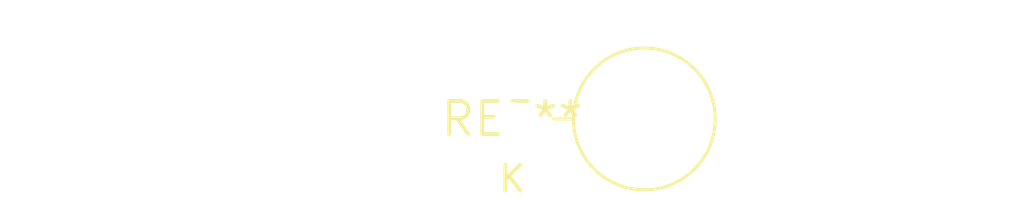
<source format=kicad_pcb>
(kicad_pcb (version 20240108) (generator pcbnew)
  (layers (0 "F.Cu" signal) (31 "B.Cu" signal) (34 "B.Paste" user) (35 "F.Paste" user) (36 "B.SilkS" user "B.Silkscreen") (37 "F.SilkS" user "F.Silkscreen") (38 "B.Mask" user) (39 "F.Mask" user) (44 "Edge.Cuts" user))
  (net 0 "")
  (footprint "D_DO-201_P5.08mm_Vertical_KathodeUp" (layer "F.Cu") (at 0 0)
    (property "Reference" "REF**")
    (property "Value" "D_DO-201_P5.08mm_Vertical_KathodeUp")
    (fp_line (start 2.355 0) (end 1.6 0) (layer "F.SilkS") (stroke (width 0.12)))
    (fp_circle (center 5.08 0) (end 7.805 0) (layer "F.SilkS") (stroke (width 0.12)) (fill none))
    (fp_text user "K" (at 0 2.3 0) (layer "F.SilkS"))
    (pad "1" thru_hole rect (at 0 0) (size 2.6 2.6) (drill 1.3) (layers *.Cu *.Mask) (remove_unused_layers))
    (pad "2" thru_hole oval (at 5.08 0) (size 2.6 2.6) (drill 1.3) (layers *.Cu *.Mask) (remove_unused_layers))
  )
)
</source>
